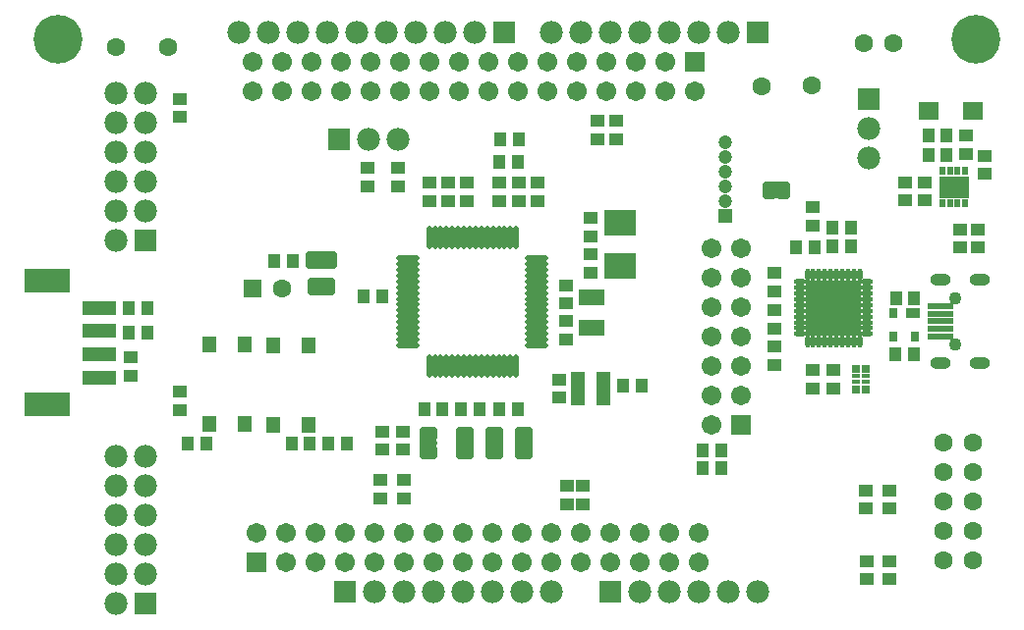
<source format=gts>
G04 Layer_Color=8388736*
%FSLAX25Y25*%
%MOIN*%
G70*
G01*
G75*
%ADD75C,0.00787*%
%ADD88C,0.03150*%
%ADD89R,0.04737X0.05524*%
%ADD90R,0.15761X0.07887*%
%ADD91R,0.11430X0.04737*%
%ADD92R,0.04737X0.11430*%
G04:AMPARAMS|DCode=93|XSize=59.18mil|YSize=43.43mil|CornerRadius=7.54mil|HoleSize=0mil|Usage=FLASHONLY|Rotation=90.000|XOffset=0mil|YOffset=0mil|HoleType=Round|Shape=RoundedRectangle|*
%AMROUNDEDRECTD93*
21,1,0.05918,0.02835,0,0,90.0*
21,1,0.04409,0.04343,0,0,90.0*
1,1,0.01509,0.01417,0.02205*
1,1,0.01509,0.01417,-0.02205*
1,1,0.01509,-0.01417,-0.02205*
1,1,0.01509,-0.01417,0.02205*
%
%ADD93ROUNDEDRECTD93*%
%ADD94R,0.04343X0.04737*%
%ADD95R,0.08674X0.05524*%
%ADD96R,0.10170X0.07257*%
%ADD97R,0.01981X0.03162*%
%ADD98O,0.04343X0.01784*%
%ADD99R,0.18517X0.18517*%
%ADD100O,0.01784X0.04343*%
%ADD101R,0.02769X0.02867*%
%ADD102R,0.02769X0.01784*%
%ADD103R,0.04658X0.04461*%
%ADD104R,0.06706X0.05918*%
%ADD105R,0.10642X0.08674*%
%ADD106O,0.07887X0.01981*%
%ADD107O,0.01981X0.07887*%
%ADD108O,0.07887X0.01981*%
%ADD109R,0.04737X0.04343*%
%ADD110R,0.03162X0.03556*%
%ADD111R,0.04737X0.03556*%
%ADD112R,0.09068X0.01981*%
%ADD113R,0.09068X0.01981*%
%ADD114R,0.04343X0.04737*%
G04:AMPARAMS|DCode=115|XSize=59.18mil|YSize=43.43mil|CornerRadius=7.54mil|HoleSize=0mil|Usage=FLASHONLY|Rotation=0.000|XOffset=0mil|YOffset=0mil|HoleType=Round|Shape=RoundedRectangle|*
%AMROUNDEDRECTD115*
21,1,0.05918,0.02835,0,0,0.0*
21,1,0.04409,0.04343,0,0,0.0*
1,1,0.01509,0.02205,-0.01417*
1,1,0.01509,-0.02205,-0.01417*
1,1,0.01509,-0.02205,0.01417*
1,1,0.01509,0.02205,0.01417*
%
%ADD115ROUNDEDRECTD115*%
G04:AMPARAMS|DCode=116|XSize=59.18mil|YSize=43.43mil|CornerRadius=7.54mil|HoleSize=0mil|Usage=FLASHONLY|Rotation=180.000|XOffset=0mil|YOffset=0mil|HoleType=Round|Shape=RoundedRectangle|*
%AMROUNDEDRECTD116*
21,1,0.05918,0.02835,0,0,180.0*
21,1,0.04409,0.04343,0,0,180.0*
1,1,0.01509,-0.02205,0.01417*
1,1,0.01509,0.02205,0.01417*
1,1,0.01509,0.02205,-0.01417*
1,1,0.01509,-0.02205,-0.01417*
%
%ADD116ROUNDEDRECTD116*%
%ADD117C,0.06312*%
%ADD118C,0.06312*%
%ADD119R,0.06312X0.06312*%
%ADD120R,0.06706X0.06706*%
%ADD121C,0.06706*%
%ADD122R,0.07800X0.07800*%
%ADD123C,0.07800*%
%ADD124R,0.07800X0.07800*%
%ADD125C,0.04737*%
%ADD126R,0.04737X0.04737*%
%ADD127O,0.07099X0.03950*%
%ADD128C,0.04343*%
%ADD129R,0.06706X0.06706*%
%ADD130C,0.16548*%
%ADD131C,0.02769*%
D75*
X101000Y189141D02*
Y194161D01*
X98933Y189141D02*
X102870D01*
X98933Y194259D02*
X102870D01*
X99032Y203259D02*
X102969D01*
X99032Y198141D02*
X102969D01*
X253430Y221941D02*
X257367D01*
X253430Y227059D02*
X257367D01*
X255300Y222039D02*
Y227059D01*
X157141Y136721D02*
Y140658D01*
X162259Y136721D02*
Y140658D01*
X172159Y136721D02*
Y140658D01*
X167041Y136721D02*
Y140658D01*
X147041Y136621D02*
Y140558D01*
X152159Y136621D02*
Y140558D01*
X139759Y136621D02*
Y140558D01*
X134641Y136621D02*
Y140558D01*
D88*
X101000Y199322D02*
Y202078D01*
X158322Y138690D02*
X161078D01*
X168222D02*
X170978D01*
X148222Y138590D02*
X150978D01*
X135822D02*
X138578D01*
D89*
X84794Y171758D02*
D03*
X96605Y144790D02*
D03*
X84794D02*
D03*
X96605Y171758D02*
D03*
X63095Y145016D02*
D03*
X74906Y171984D02*
D03*
X63095D02*
D03*
X74906Y145016D02*
D03*
D90*
X8140Y193703D02*
D03*
Y151577D02*
D03*
D91*
X25660Y184451D02*
D03*
Y176577D02*
D03*
Y168703D02*
D03*
Y160829D02*
D03*
D92*
X196631Y157040D02*
D03*
X187969D02*
D03*
D93*
X98736Y191700D02*
D03*
X103264D02*
D03*
X104150Y200700D02*
D03*
X97850D02*
D03*
X253036Y224500D02*
D03*
X257564D02*
D03*
D94*
X91250Y200300D02*
D03*
X84950D02*
D03*
X90850Y138500D02*
D03*
X97150D02*
D03*
X280550Y205240D02*
D03*
X274250D02*
D03*
X161550Y241640D02*
D03*
X167850D02*
D03*
X280550Y211840D02*
D03*
X274250D02*
D03*
X268350Y205140D02*
D03*
X262050D02*
D03*
X109650Y138500D02*
D03*
X103350D02*
D03*
X230350Y136000D02*
D03*
X236650D02*
D03*
X209650Y158000D02*
D03*
X203350D02*
D03*
X42050Y184274D02*
D03*
X35750D02*
D03*
Y176140D02*
D03*
X42050D02*
D03*
X230350Y130200D02*
D03*
X236650D02*
D03*
X313150Y236540D02*
D03*
X306850D02*
D03*
X313150Y243040D02*
D03*
X306850D02*
D03*
X115350Y188500D02*
D03*
X161450Y234040D02*
D03*
X167750D02*
D03*
X154650Y149890D02*
D03*
X148350D02*
D03*
X135850D02*
D03*
X142150D02*
D03*
X55550Y138240D02*
D03*
X61850D02*
D03*
X295850Y187640D02*
D03*
X302150D02*
D03*
X301850Y168640D02*
D03*
X295550D02*
D03*
X167650Y149890D02*
D03*
X161350D02*
D03*
D95*
X192500Y177722D02*
D03*
Y187958D02*
D03*
D96*
X315500Y225540D02*
D03*
D97*
X311661Y220028D02*
D03*
X314220D02*
D03*
X316779D02*
D03*
X319339D02*
D03*
X311661Y231052D02*
D03*
X314220D02*
D03*
X316779D02*
D03*
X319339D02*
D03*
D98*
X286019Y187393D02*
D03*
Y193298D02*
D03*
X263381Y175582D02*
D03*
Y177550D02*
D03*
Y179519D02*
D03*
Y181487D02*
D03*
Y183456D02*
D03*
Y185424D02*
D03*
Y187393D02*
D03*
Y189361D02*
D03*
Y191330D02*
D03*
Y193298D02*
D03*
X286019Y191330D02*
D03*
Y189361D02*
D03*
Y185424D02*
D03*
Y183456D02*
D03*
Y181487D02*
D03*
Y179519D02*
D03*
Y177550D02*
D03*
Y175582D02*
D03*
D99*
X274700Y184440D02*
D03*
D100*
X265842Y195759D02*
D03*
X267810D02*
D03*
X269779D02*
D03*
X271747D02*
D03*
X273716D02*
D03*
X275684D02*
D03*
X277653D02*
D03*
X279621D02*
D03*
X281590D02*
D03*
X283558D02*
D03*
Y173121D02*
D03*
X281590D02*
D03*
X279621D02*
D03*
X277653D02*
D03*
X275684D02*
D03*
X273716D02*
D03*
X271747D02*
D03*
X269779D02*
D03*
X267810D02*
D03*
X265842D02*
D03*
D101*
X285772Y156746D02*
D03*
Y163734D02*
D03*
X282228D02*
D03*
Y156746D02*
D03*
D102*
Y159256D02*
D03*
Y161224D02*
D03*
X285772Y159256D02*
D03*
Y161224D02*
D03*
D103*
X293600Y98405D02*
D03*
Y92343D02*
D03*
X121000Y125906D02*
D03*
Y119843D02*
D03*
X129000D02*
D03*
Y125906D02*
D03*
X286100Y98405D02*
D03*
Y92343D02*
D03*
D104*
X307020Y251500D02*
D03*
X321980D02*
D03*
D105*
X202300Y198657D02*
D03*
Y213224D02*
D03*
D106*
X174150Y191461D02*
D03*
X130450Y193430D02*
D03*
Y171776D02*
D03*
Y173745D02*
D03*
Y175713D02*
D03*
Y177682D02*
D03*
Y179650D02*
D03*
Y181619D02*
D03*
Y183587D02*
D03*
Y185556D02*
D03*
Y187524D02*
D03*
Y191461D02*
D03*
Y195398D02*
D03*
Y197367D02*
D03*
Y199335D02*
D03*
Y201304D02*
D03*
X174150D02*
D03*
Y199335D02*
D03*
Y197367D02*
D03*
Y195398D02*
D03*
Y193430D02*
D03*
Y189493D02*
D03*
Y187524D02*
D03*
Y185556D02*
D03*
Y183587D02*
D03*
Y181619D02*
D03*
Y179650D02*
D03*
Y177682D02*
D03*
Y175713D02*
D03*
Y173745D02*
D03*
Y171776D02*
D03*
D107*
X167064Y164690D02*
D03*
X165095D02*
D03*
X163127D02*
D03*
X161158D02*
D03*
X159190D02*
D03*
X157221D02*
D03*
X155253D02*
D03*
X153284D02*
D03*
X151316D02*
D03*
X149347D02*
D03*
X147379D02*
D03*
X145410D02*
D03*
X143442D02*
D03*
X141473D02*
D03*
X139505D02*
D03*
X137536D02*
D03*
Y208390D02*
D03*
X139505D02*
D03*
X141473D02*
D03*
X143442D02*
D03*
X145410D02*
D03*
X147379D02*
D03*
X149347D02*
D03*
X151316D02*
D03*
X153284D02*
D03*
X155253D02*
D03*
X157221D02*
D03*
X159190D02*
D03*
X161158D02*
D03*
X163127D02*
D03*
X165095D02*
D03*
X167064D02*
D03*
D108*
X130450Y189493D02*
D03*
D109*
X285500Y116224D02*
D03*
Y122524D02*
D03*
X53000Y149850D02*
D03*
Y156150D02*
D03*
X127000Y232150D02*
D03*
Y225850D02*
D03*
X267700Y212491D02*
D03*
Y218790D02*
D03*
X254700Y189990D02*
D03*
Y196290D02*
D03*
Y164990D02*
D03*
Y171290D02*
D03*
X194500Y247990D02*
D03*
Y241690D02*
D03*
X201000Y247990D02*
D03*
Y241690D02*
D03*
X317500Y204890D02*
D03*
Y211190D02*
D03*
X323700Y211190D02*
D03*
Y204890D02*
D03*
X293500Y122524D02*
D03*
Y116224D02*
D03*
X128500Y136224D02*
D03*
Y142524D02*
D03*
X121500Y136224D02*
D03*
Y142524D02*
D03*
X144100Y226990D02*
D03*
Y220690D02*
D03*
X137800Y226990D02*
D03*
Y220690D02*
D03*
X116500Y225724D02*
D03*
Y232024D02*
D03*
X184200Y124090D02*
D03*
Y117790D02*
D03*
X167900Y220690D02*
D03*
Y226990D02*
D03*
X161400Y220690D02*
D03*
Y226990D02*
D03*
X326000Y229890D02*
D03*
Y236190D02*
D03*
X189800Y124150D02*
D03*
Y117850D02*
D03*
X192300Y202590D02*
D03*
Y196291D02*
D03*
Y208591D02*
D03*
Y214890D02*
D03*
X184000Y179990D02*
D03*
Y173690D02*
D03*
Y185890D02*
D03*
Y192190D02*
D03*
X319500Y236790D02*
D03*
Y243090D02*
D03*
X299000Y220890D02*
D03*
Y227190D02*
D03*
X305500Y220890D02*
D03*
Y227190D02*
D03*
X150400Y226990D02*
D03*
Y220690D02*
D03*
X36400Y161490D02*
D03*
Y167790D02*
D03*
X181800Y160190D02*
D03*
Y153891D02*
D03*
X53000Y255524D02*
D03*
Y249224D02*
D03*
X267500Y163390D02*
D03*
Y157090D02*
D03*
X274500Y163390D02*
D03*
Y157090D02*
D03*
X254700Y183790D02*
D03*
Y177490D02*
D03*
X174300Y226990D02*
D03*
Y220690D02*
D03*
D110*
X294860Y174703D02*
D03*
X302340D02*
D03*
X294860Y182577D02*
D03*
D111*
X301553D02*
D03*
D112*
X311008Y179900D02*
D03*
Y177341D02*
D03*
Y185018D02*
D03*
Y174782D02*
D03*
D113*
Y182459D02*
D03*
D114*
X121650Y188500D02*
D03*
D115*
X159700Y141839D02*
D03*
X169600D02*
D03*
X149600Y141739D02*
D03*
Y135440D02*
D03*
X137200D02*
D03*
Y141739D02*
D03*
D116*
X159700Y135540D02*
D03*
X169600D02*
D03*
D117*
X295000Y274240D02*
D03*
X285000D02*
D03*
D118*
X312000Y108740D02*
D03*
X322000D02*
D03*
X312000Y118740D02*
D03*
Y138740D02*
D03*
X322000D02*
D03*
Y128740D02*
D03*
X312000D02*
D03*
X322000Y98740D02*
D03*
X312000D02*
D03*
X322000Y118740D02*
D03*
X87600Y191100D02*
D03*
X250400Y259700D02*
D03*
X267400Y260100D02*
D03*
X49000Y273200D02*
D03*
X31400Y272900D02*
D03*
D119*
X77600Y191100D02*
D03*
D120*
X79100Y98200D02*
D03*
X227816Y268071D02*
D03*
D121*
X79100Y108200D02*
D03*
X89100Y98200D02*
D03*
Y108200D02*
D03*
X99100Y98200D02*
D03*
Y108200D02*
D03*
X109100Y98200D02*
D03*
Y108200D02*
D03*
X119100Y98200D02*
D03*
Y108200D02*
D03*
X129100D02*
D03*
X139100Y98200D02*
D03*
Y108200D02*
D03*
X149100Y98200D02*
D03*
Y108200D02*
D03*
X159100Y98200D02*
D03*
Y108200D02*
D03*
X169100Y98200D02*
D03*
Y108200D02*
D03*
X179100Y98200D02*
D03*
Y108200D02*
D03*
X189100Y98200D02*
D03*
Y108200D02*
D03*
X199100Y98200D02*
D03*
Y108200D02*
D03*
X209100Y98200D02*
D03*
Y108200D02*
D03*
X219100Y98200D02*
D03*
Y108200D02*
D03*
X229100Y98200D02*
D03*
Y108200D02*
D03*
X129100Y98200D02*
D03*
X177816Y268071D02*
D03*
X77816Y258071D02*
D03*
Y268071D02*
D03*
X87816Y258071D02*
D03*
Y268071D02*
D03*
X97816Y258071D02*
D03*
Y268071D02*
D03*
X107816Y258071D02*
D03*
Y268071D02*
D03*
X117816Y258071D02*
D03*
Y268071D02*
D03*
X127816Y258071D02*
D03*
Y268071D02*
D03*
X137816Y258071D02*
D03*
Y268071D02*
D03*
X147816Y258071D02*
D03*
Y268071D02*
D03*
X157816Y258071D02*
D03*
Y268071D02*
D03*
X167816Y258071D02*
D03*
Y268071D02*
D03*
X177816Y258071D02*
D03*
X187816D02*
D03*
Y268071D02*
D03*
X197816Y258071D02*
D03*
Y268071D02*
D03*
X207816Y258071D02*
D03*
Y268071D02*
D03*
X217816Y258071D02*
D03*
Y268071D02*
D03*
X227816Y258071D02*
D03*
X233300Y204700D02*
D03*
X243300D02*
D03*
X233300Y194700D02*
D03*
X243300D02*
D03*
X233300Y184700D02*
D03*
X243300D02*
D03*
X233300Y174700D02*
D03*
X243300D02*
D03*
X233300Y164700D02*
D03*
X243300D02*
D03*
X233300Y154700D02*
D03*
X243300D02*
D03*
X233300Y144700D02*
D03*
D122*
X199016Y88071D02*
D03*
X249016Y278071D02*
D03*
X163031D02*
D03*
X107000Y241874D02*
D03*
X109016Y88071D02*
D03*
D123*
X209016D02*
D03*
X219016D02*
D03*
X229016D02*
D03*
X239016D02*
D03*
X249016D02*
D03*
X179016Y278071D02*
D03*
X239016D02*
D03*
X229016D02*
D03*
X219016D02*
D03*
X209016D02*
D03*
X199016D02*
D03*
X189016D02*
D03*
X41417Y217339D02*
D03*
Y227339D02*
D03*
Y237339D02*
D03*
Y247339D02*
D03*
Y257339D02*
D03*
X31417Y207339D02*
D03*
Y217339D02*
D03*
Y227339D02*
D03*
Y237339D02*
D03*
Y247339D02*
D03*
Y257339D02*
D03*
X153032Y278071D02*
D03*
X143032D02*
D03*
X133031D02*
D03*
X123031D02*
D03*
X113031D02*
D03*
X103032D02*
D03*
X93032D02*
D03*
X83031D02*
D03*
X73032D02*
D03*
X117000Y241874D02*
D03*
X127000D02*
D03*
X286500Y235374D02*
D03*
Y245374D02*
D03*
X31417Y134043D02*
D03*
Y124043D02*
D03*
Y114043D02*
D03*
Y104043D02*
D03*
Y94043D02*
D03*
Y84043D02*
D03*
X41417Y134043D02*
D03*
Y124043D02*
D03*
Y114043D02*
D03*
Y104043D02*
D03*
Y94043D02*
D03*
X179016Y88071D02*
D03*
X119016D02*
D03*
X129016D02*
D03*
X139016D02*
D03*
X149016D02*
D03*
X159016D02*
D03*
X169016D02*
D03*
D124*
X41417Y207339D02*
D03*
X286500Y255374D02*
D03*
X41417Y84043D02*
D03*
D125*
X238000Y240740D02*
D03*
Y225740D02*
D03*
Y235740D02*
D03*
Y230740D02*
D03*
Y220740D02*
D03*
D126*
Y215740D02*
D03*
D127*
X310890Y165825D02*
D03*
X324472D02*
D03*
Y193975D02*
D03*
X310890D02*
D03*
D128*
X316126Y187774D02*
D03*
Y172026D02*
D03*
D129*
X243300Y144700D02*
D03*
D130*
X322835Y275591D02*
D03*
X11811D02*
D03*
D131*
X281196Y190936D02*
D03*
Y186606D02*
D03*
Y182275D02*
D03*
Y177944D02*
D03*
X276865Y190936D02*
D03*
Y186606D02*
D03*
Y182275D02*
D03*
Y177944D02*
D03*
X272535Y190936D02*
D03*
Y186606D02*
D03*
Y182275D02*
D03*
Y177944D02*
D03*
X268204Y190936D02*
D03*
Y186606D02*
D03*
Y182275D02*
D03*
Y177944D02*
D03*
M02*

</source>
